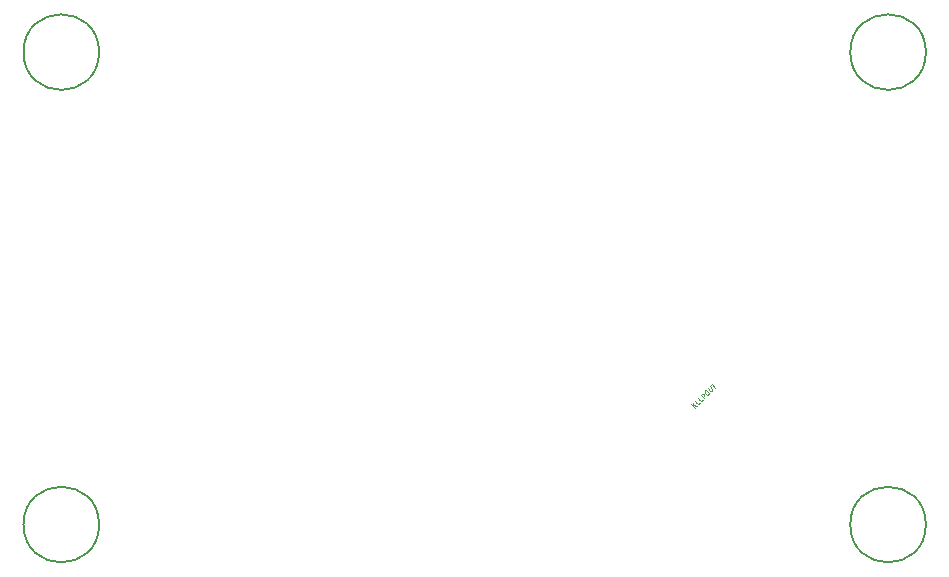
<source format=gbr>
%TF.GenerationSoftware,KiCad,Pcbnew,7.99.0-1.20231130git343828c.fc38*%
%TF.CreationDate,2023-12-04T23:22:27-03:00*%
%TF.ProjectId,Wideband_v3,57696465-6261-46e6-945f-76332e6b6963,rev?*%
%TF.SameCoordinates,Original*%
%TF.FileFunction,Other,Comment*%
%FSLAX46Y46*%
G04 Gerber Fmt 4.6, Leading zero omitted, Abs format (unit mm)*
G04 Created by KiCad (PCBNEW 7.99.0-1.20231130git343828c.fc38) date 2023-12-04 23:22:27*
%MOMM*%
%LPD*%
G01*
G04 APERTURE LIST*
%ADD10C,0.070000*%
%ADD11C,0.150000*%
G04 APERTURE END LIST*
D10*
X136252221Y-100240702D02*
X135969378Y-99957859D01*
X136413845Y-100079078D02*
X136131003Y-100038672D01*
X136131003Y-99796235D02*
X136131003Y-100119484D01*
X136386908Y-99809704D02*
X136481189Y-99715423D01*
X136669751Y-99823172D02*
X136535064Y-99957859D01*
X136535064Y-99957859D02*
X136252221Y-99675017D01*
X136252221Y-99675017D02*
X136386908Y-99540330D01*
X136642814Y-99553798D02*
X136737094Y-99459517D01*
X136925656Y-99567267D02*
X136790969Y-99701954D01*
X136790969Y-99701954D02*
X136508127Y-99419111D01*
X136508127Y-99419111D02*
X136642814Y-99284424D01*
X137046875Y-99446048D02*
X136764032Y-99163206D01*
X136764032Y-99163206D02*
X136871782Y-99055456D01*
X136871782Y-99055456D02*
X136912188Y-99041987D01*
X136912188Y-99041987D02*
X136939125Y-99041987D01*
X136939125Y-99041987D02*
X136979531Y-99055456D01*
X136979531Y-99055456D02*
X137019937Y-99095862D01*
X137019937Y-99095862D02*
X137033406Y-99136268D01*
X137033406Y-99136268D02*
X137033406Y-99163206D01*
X137033406Y-99163206D02*
X137019937Y-99203612D01*
X137019937Y-99203612D02*
X136912188Y-99311361D01*
X137100750Y-98826488D02*
X137154624Y-98772613D01*
X137154624Y-98772613D02*
X137195030Y-98759145D01*
X137195030Y-98759145D02*
X137248905Y-98759145D01*
X137248905Y-98759145D02*
X137316249Y-98799551D01*
X137316249Y-98799551D02*
X137410530Y-98893832D01*
X137410530Y-98893832D02*
X137450936Y-98961175D01*
X137450936Y-98961175D02*
X137450936Y-99015050D01*
X137450936Y-99015050D02*
X137437467Y-99055456D01*
X137437467Y-99055456D02*
X137383592Y-99109331D01*
X137383592Y-99109331D02*
X137343186Y-99122800D01*
X137343186Y-99122800D02*
X137289311Y-99122800D01*
X137289311Y-99122800D02*
X137221968Y-99082393D01*
X137221968Y-99082393D02*
X137127687Y-98988113D01*
X137127687Y-98988113D02*
X137087281Y-98920769D01*
X137087281Y-98920769D02*
X137087281Y-98866894D01*
X137087281Y-98866894D02*
X137100750Y-98826488D01*
X137343186Y-98584051D02*
X137572154Y-98813019D01*
X137572154Y-98813019D02*
X137612560Y-98826488D01*
X137612560Y-98826488D02*
X137639498Y-98826488D01*
X137639498Y-98826488D02*
X137679904Y-98813019D01*
X137679904Y-98813019D02*
X137733779Y-98759144D01*
X137733779Y-98759144D02*
X137747247Y-98718738D01*
X137747247Y-98718738D02*
X137747247Y-98691801D01*
X137747247Y-98691801D02*
X137733779Y-98651395D01*
X137733779Y-98651395D02*
X137504811Y-98422427D01*
X137599092Y-98328146D02*
X137760716Y-98166521D01*
X137962747Y-98530176D02*
X137679904Y-98247334D01*
D11*
%TO.C,H3*%
X85822400Y-110125600D02*
G75*
G02*
X85822400Y-110125600I-3200000J0D01*
G01*
%TO.C,H1*%
X155822400Y-70125600D02*
G75*
G02*
X155822400Y-70125600I-3200000J0D01*
G01*
%TO.C,H4*%
X155822400Y-110125600D02*
G75*
G02*
X155822400Y-110125600I-3200000J0D01*
G01*
%TO.C,H2*%
X85822400Y-70125600D02*
G75*
G02*
X85822400Y-70125600I-3200000J0D01*
G01*
%TD*%
M02*

</source>
